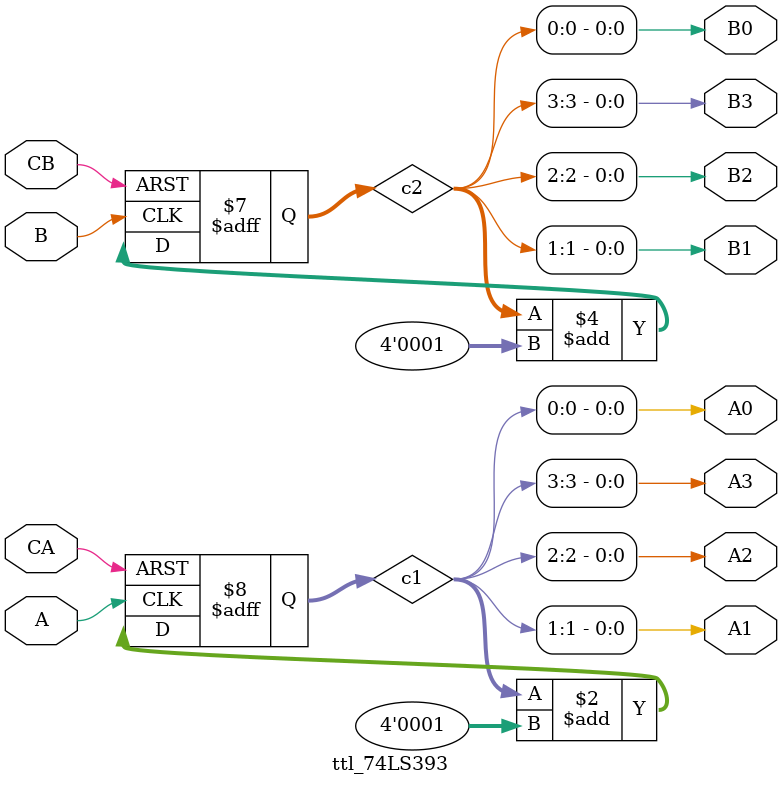
<source format=v>

module ttl_74LS393(input A,
		   input  B,
		   output A0,
		   output A1,
		   output A2,
		   output A3,
		   output B0,
		   output B1,
		   output B2,
		   output B3,
		   input  CA,
		   input  CB);

   reg [3:0] c1 = 0, c2 = 0;

   always @(posedge A or posedge CA)
     if (CA)
       c1 <= 4'b0000;
     else
       c1 <= c1 + 4'b0001;

   assign A0 = c1[0];
   assign A1 = c1[1];
   assign A2 = c1[2];
   assign A3 = c1[3];
   
   always @(posedge B or posedge CB)
     if (CB)
       c2 <= 4'b0000;
     else
       c2 <= c2 + 4'b0001;

   assign B0 = c2[0];
   assign B1 = c2[1];
   assign B2 = c2[2];
   assign B3 = c2[3];
   
endmodule

</source>
